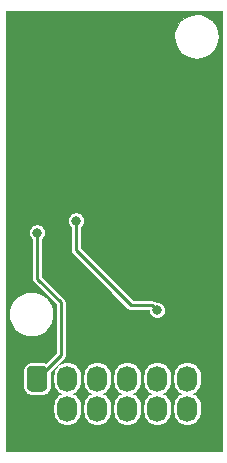
<source format=gbr>
G04 #@! TF.GenerationSoftware,KiCad,Pcbnew,(5.0.1)-3*
G04 #@! TF.CreationDate,2019-04-14T21:22:41-05:00*
G04 #@! TF.ProjectId,transceiver,7472616E736365697665722E6B696361,rev?*
G04 #@! TF.SameCoordinates,Original*
G04 #@! TF.FileFunction,Copper,L2,Bot,Signal*
G04 #@! TF.FilePolarity,Positive*
%FSLAX46Y46*%
G04 Gerber Fmt 4.6, Leading zero omitted, Abs format (unit mm)*
G04 Created by KiCad (PCBNEW (5.0.1)-3) date 4/14/2019 21:22:41*
%MOMM*%
%LPD*%
G01*
G04 APERTURE LIST*
G04 #@! TA.AperFunction,Conductor*
%ADD10C,0.100000*%
G04 #@! TD*
G04 #@! TA.AperFunction,ComponentPad*
%ADD11C,1.720000*%
G04 #@! TD*
G04 #@! TA.AperFunction,ComponentPad*
%ADD12O,1.720000X2.200000*%
G04 #@! TD*
G04 #@! TA.AperFunction,SMDPad,CuDef*
%ADD13R,1.500000X5.080000*%
G04 #@! TD*
G04 #@! TA.AperFunction,ViaPad*
%ADD14C,0.800000*%
G04 #@! TD*
G04 #@! TA.AperFunction,Conductor*
%ADD15C,0.250000*%
G04 #@! TD*
G04 APERTURE END LIST*
D10*
G04 #@! TO.N,NRESET*
G04 #@! TO.C,J2*
G36*
X132972147Y-93362071D02*
X133013889Y-93368262D01*
X133054822Y-93378516D01*
X133094554Y-93392732D01*
X133132701Y-93410774D01*
X133168895Y-93432468D01*
X133202789Y-93457606D01*
X133234056Y-93485944D01*
X133262394Y-93517211D01*
X133287532Y-93551105D01*
X133309226Y-93587299D01*
X133327268Y-93625446D01*
X133341484Y-93665178D01*
X133351738Y-93706111D01*
X133357929Y-93747853D01*
X133360000Y-93790000D01*
X133360000Y-95130000D01*
X133357929Y-95172147D01*
X133351738Y-95213889D01*
X133341484Y-95254822D01*
X133327268Y-95294554D01*
X133309226Y-95332701D01*
X133287532Y-95368895D01*
X133262394Y-95402789D01*
X133234056Y-95434056D01*
X133202789Y-95462394D01*
X133168895Y-95487532D01*
X133132701Y-95509226D01*
X133094554Y-95527268D01*
X133054822Y-95541484D01*
X133013889Y-95551738D01*
X132972147Y-95557929D01*
X132930000Y-95560000D01*
X132070000Y-95560000D01*
X132027853Y-95557929D01*
X131986111Y-95551738D01*
X131945178Y-95541484D01*
X131905446Y-95527268D01*
X131867299Y-95509226D01*
X131831105Y-95487532D01*
X131797211Y-95462394D01*
X131765944Y-95434056D01*
X131737606Y-95402789D01*
X131712468Y-95368895D01*
X131690774Y-95332701D01*
X131672732Y-95294554D01*
X131658516Y-95254822D01*
X131648262Y-95213889D01*
X131642071Y-95172147D01*
X131640000Y-95130000D01*
X131640000Y-93790000D01*
X131642071Y-93747853D01*
X131648262Y-93706111D01*
X131658516Y-93665178D01*
X131672732Y-93625446D01*
X131690774Y-93587299D01*
X131712468Y-93551105D01*
X131737606Y-93517211D01*
X131765944Y-93485944D01*
X131797211Y-93457606D01*
X131831105Y-93432468D01*
X131867299Y-93410774D01*
X131905446Y-93392732D01*
X131945178Y-93378516D01*
X131986111Y-93368262D01*
X132027853Y-93362071D01*
X132070000Y-93360000D01*
X132930000Y-93360000D01*
X132972147Y-93362071D01*
X132972147Y-93362071D01*
G37*
D11*
G04 #@! TD*
G04 #@! TO.P,J2,1*
G04 #@! TO.N,NRESET*
X132500000Y-94460000D03*
D12*
G04 #@! TO.P,J2,2*
G04 #@! TO.N,GND*
X132500000Y-97000000D03*
G04 #@! TO.P,J2,3*
G04 #@! TO.N,BUSY*
X135040000Y-94460000D03*
G04 #@! TO.P,J2,4*
G04 #@! TO.N,Net-(J2-Pad4)*
X135040000Y-97000000D03*
G04 #@! TO.P,J2,5*
G04 #@! TO.N,DIO1*
X137580000Y-94460000D03*
G04 #@! TO.P,J2,6*
G04 #@! TO.N,NSS_CTS*
X137580000Y-97000000D03*
G04 #@! TO.P,J2,7*
G04 #@! TO.N,DIO2*
X140120000Y-94460000D03*
G04 #@! TO.P,J2,8*
G04 #@! TO.N,SCK_RTS*
X140120000Y-97000000D03*
G04 #@! TO.P,J2,9*
G04 #@! TO.N,DIO3*
X142660000Y-94460000D03*
G04 #@! TO.P,J2,10*
G04 #@! TO.N,MOSI_RX*
X142660000Y-97000000D03*
G04 #@! TO.P,J2,11*
G04 #@! TO.N,+3V3*
X145200000Y-94460000D03*
G04 #@! TO.P,J2,12*
G04 #@! TO.N,MISO_TX*
X145200000Y-97000000D03*
G04 #@! TD*
D13*
G04 #@! TO.P,J1,2*
G04 #@! TO.N,GND*
X142550000Y-66100000D03*
X134050000Y-66100000D03*
G04 #@! TD*
D14*
G04 #@! TO.N,Net-(C1-Pad1)*
X135800000Y-81100000D03*
X142660000Y-88670000D03*
G04 #@! TO.N,GND*
X139050000Y-83150000D03*
X139900000Y-83150000D03*
X139050000Y-82300000D03*
X138200000Y-83150000D03*
X139050000Y-84000000D03*
X141300000Y-87000000D03*
X135900000Y-84800000D03*
X142000000Y-90000000D03*
X131600000Y-86300000D03*
X134000000Y-70000000D03*
X142500000Y-70000000D03*
X133000000Y-73500000D03*
X134000000Y-73500000D03*
X142500000Y-73500000D03*
X141500000Y-73500000D03*
X141500000Y-74500000D03*
X142500000Y-74500000D03*
X133000000Y-74500000D03*
X134000000Y-74500000D03*
X133000000Y-75500000D03*
X134000000Y-75500000D03*
X141500000Y-75500000D03*
X142500000Y-75500000D03*
G04 #@! TO.N,NRESET*
X132500000Y-82100000D03*
G04 #@! TD*
D15*
G04 #@! TO.N,Net-(C1-Pad1)*
X135800000Y-81665685D02*
X135800000Y-81100000D01*
X135790000Y-81675685D02*
X135800000Y-81665685D01*
X135790000Y-83590000D02*
X135790000Y-81675685D01*
X140470001Y-88270001D02*
X135790000Y-83590000D01*
X142260001Y-88270001D02*
X140470001Y-88270001D01*
X142660000Y-88670000D02*
X142260001Y-88270001D01*
G04 #@! TO.N,NRESET*
X132500000Y-82100000D02*
X132500000Y-86000000D01*
X132500000Y-86000000D02*
X134500000Y-88000000D01*
X134500000Y-92460000D02*
X132500000Y-94460000D01*
X134500000Y-88000000D02*
X134500000Y-92460000D01*
G04 #@! TD*
D10*
G04 #@! TO.N,GND*
G36*
X148125001Y-100625000D02*
X129875000Y-100625000D01*
X129875000Y-93790000D01*
X131338549Y-93790000D01*
X131338549Y-95130000D01*
X131352604Y-95272699D01*
X131394227Y-95409914D01*
X131461821Y-95536372D01*
X131552786Y-95647214D01*
X131663628Y-95738179D01*
X131790086Y-95805773D01*
X131927301Y-95847396D01*
X132070000Y-95861451D01*
X132930000Y-95861451D01*
X133072699Y-95847396D01*
X133209914Y-95805773D01*
X133336372Y-95738179D01*
X133447214Y-95647214D01*
X133538179Y-95536372D01*
X133605773Y-95409914D01*
X133647396Y-95272699D01*
X133661451Y-95130000D01*
X133661451Y-94163022D01*
X133880000Y-94163022D01*
X133880000Y-94756979D01*
X133896785Y-94927400D01*
X133963115Y-95146060D01*
X134070830Y-95347579D01*
X134215789Y-95524212D01*
X134392422Y-95669171D01*
X134506225Y-95730000D01*
X134392421Y-95790829D01*
X134215788Y-95935788D01*
X134070829Y-96112422D01*
X133963115Y-96313941D01*
X133896785Y-96532601D01*
X133880000Y-96703022D01*
X133880000Y-97296979D01*
X133896785Y-97467400D01*
X133963115Y-97686060D01*
X134070830Y-97887579D01*
X134215789Y-98064212D01*
X134392422Y-98209171D01*
X134593941Y-98316885D01*
X134812601Y-98383215D01*
X135040000Y-98405612D01*
X135267400Y-98383215D01*
X135486060Y-98316885D01*
X135687579Y-98209171D01*
X135864212Y-98064212D01*
X136009171Y-97887579D01*
X136116885Y-97686059D01*
X136183215Y-97467399D01*
X136200000Y-97296978D01*
X136200000Y-96703021D01*
X136183215Y-96532600D01*
X136116885Y-96313940D01*
X136009171Y-96112421D01*
X135864212Y-95935788D01*
X135687578Y-95790829D01*
X135573775Y-95730000D01*
X135687579Y-95669171D01*
X135864212Y-95524212D01*
X136009171Y-95347579D01*
X136116885Y-95146059D01*
X136183215Y-94927399D01*
X136200000Y-94756978D01*
X136200000Y-94163022D01*
X136420000Y-94163022D01*
X136420000Y-94756979D01*
X136436785Y-94927400D01*
X136503115Y-95146060D01*
X136610830Y-95347579D01*
X136755789Y-95524212D01*
X136932422Y-95669171D01*
X137046225Y-95730000D01*
X136932421Y-95790829D01*
X136755788Y-95935788D01*
X136610829Y-96112422D01*
X136503115Y-96313941D01*
X136436785Y-96532601D01*
X136420000Y-96703022D01*
X136420000Y-97296979D01*
X136436785Y-97467400D01*
X136503115Y-97686060D01*
X136610830Y-97887579D01*
X136755789Y-98064212D01*
X136932422Y-98209171D01*
X137133941Y-98316885D01*
X137352601Y-98383215D01*
X137580000Y-98405612D01*
X137807400Y-98383215D01*
X138026060Y-98316885D01*
X138227579Y-98209171D01*
X138404212Y-98064212D01*
X138549171Y-97887579D01*
X138656885Y-97686059D01*
X138723215Y-97467399D01*
X138740000Y-97296978D01*
X138740000Y-96703021D01*
X138723215Y-96532600D01*
X138656885Y-96313940D01*
X138549171Y-96112421D01*
X138404212Y-95935788D01*
X138227578Y-95790829D01*
X138113775Y-95730000D01*
X138227579Y-95669171D01*
X138404212Y-95524212D01*
X138549171Y-95347579D01*
X138656885Y-95146059D01*
X138723215Y-94927399D01*
X138740000Y-94756978D01*
X138740000Y-94163022D01*
X138960000Y-94163022D01*
X138960000Y-94756979D01*
X138976785Y-94927400D01*
X139043115Y-95146060D01*
X139150830Y-95347579D01*
X139295789Y-95524212D01*
X139472422Y-95669171D01*
X139586225Y-95730000D01*
X139472421Y-95790829D01*
X139295788Y-95935788D01*
X139150829Y-96112422D01*
X139043115Y-96313941D01*
X138976785Y-96532601D01*
X138960000Y-96703022D01*
X138960000Y-97296979D01*
X138976785Y-97467400D01*
X139043115Y-97686060D01*
X139150830Y-97887579D01*
X139295789Y-98064212D01*
X139472422Y-98209171D01*
X139673941Y-98316885D01*
X139892601Y-98383215D01*
X140120000Y-98405612D01*
X140347400Y-98383215D01*
X140566060Y-98316885D01*
X140767579Y-98209171D01*
X140944212Y-98064212D01*
X141089171Y-97887579D01*
X141196885Y-97686059D01*
X141263215Y-97467399D01*
X141280000Y-97296978D01*
X141280000Y-96703021D01*
X141263215Y-96532600D01*
X141196885Y-96313940D01*
X141089171Y-96112421D01*
X140944212Y-95935788D01*
X140767578Y-95790829D01*
X140653775Y-95730000D01*
X140767579Y-95669171D01*
X140944212Y-95524212D01*
X141089171Y-95347579D01*
X141196885Y-95146059D01*
X141263215Y-94927399D01*
X141280000Y-94756978D01*
X141280000Y-94163022D01*
X141500000Y-94163022D01*
X141500000Y-94756979D01*
X141516785Y-94927400D01*
X141583115Y-95146060D01*
X141690830Y-95347579D01*
X141835789Y-95524212D01*
X142012422Y-95669171D01*
X142126225Y-95730000D01*
X142012421Y-95790829D01*
X141835788Y-95935788D01*
X141690829Y-96112422D01*
X141583115Y-96313941D01*
X141516785Y-96532601D01*
X141500000Y-96703022D01*
X141500000Y-97296979D01*
X141516785Y-97467400D01*
X141583115Y-97686060D01*
X141690830Y-97887579D01*
X141835789Y-98064212D01*
X142012422Y-98209171D01*
X142213941Y-98316885D01*
X142432601Y-98383215D01*
X142660000Y-98405612D01*
X142887400Y-98383215D01*
X143106060Y-98316885D01*
X143307579Y-98209171D01*
X143484212Y-98064212D01*
X143629171Y-97887579D01*
X143736885Y-97686059D01*
X143803215Y-97467399D01*
X143820000Y-97296978D01*
X143820000Y-96703021D01*
X143803215Y-96532600D01*
X143736885Y-96313940D01*
X143629171Y-96112421D01*
X143484212Y-95935788D01*
X143307578Y-95790829D01*
X143193775Y-95730000D01*
X143307579Y-95669171D01*
X143484212Y-95524212D01*
X143629171Y-95347579D01*
X143736885Y-95146059D01*
X143803215Y-94927399D01*
X143820000Y-94756978D01*
X143820000Y-94163022D01*
X144040000Y-94163022D01*
X144040000Y-94756979D01*
X144056785Y-94927400D01*
X144123115Y-95146060D01*
X144230830Y-95347579D01*
X144375789Y-95524212D01*
X144552422Y-95669171D01*
X144666225Y-95730000D01*
X144552421Y-95790829D01*
X144375788Y-95935788D01*
X144230829Y-96112422D01*
X144123115Y-96313941D01*
X144056785Y-96532601D01*
X144040000Y-96703022D01*
X144040000Y-97296979D01*
X144056785Y-97467400D01*
X144123115Y-97686060D01*
X144230830Y-97887579D01*
X144375789Y-98064212D01*
X144552422Y-98209171D01*
X144753941Y-98316885D01*
X144972601Y-98383215D01*
X145200000Y-98405612D01*
X145427400Y-98383215D01*
X145646060Y-98316885D01*
X145847579Y-98209171D01*
X146024212Y-98064212D01*
X146169171Y-97887579D01*
X146276885Y-97686059D01*
X146343215Y-97467399D01*
X146360000Y-97296978D01*
X146360000Y-96703021D01*
X146343215Y-96532600D01*
X146276885Y-96313940D01*
X146169171Y-96112421D01*
X146024212Y-95935788D01*
X145847578Y-95790829D01*
X145733775Y-95730000D01*
X145847579Y-95669171D01*
X146024212Y-95524212D01*
X146169171Y-95347579D01*
X146276885Y-95146059D01*
X146343215Y-94927399D01*
X146360000Y-94756978D01*
X146360000Y-94163021D01*
X146343215Y-93992600D01*
X146276885Y-93773940D01*
X146169171Y-93572421D01*
X146024212Y-93395788D01*
X145847578Y-93250829D01*
X145646059Y-93143115D01*
X145427399Y-93076785D01*
X145200000Y-93054388D01*
X144972600Y-93076785D01*
X144753940Y-93143115D01*
X144552421Y-93250829D01*
X144375788Y-93395788D01*
X144230829Y-93572422D01*
X144123115Y-93773941D01*
X144056785Y-93992601D01*
X144040000Y-94163022D01*
X143820000Y-94163022D01*
X143820000Y-94163021D01*
X143803215Y-93992600D01*
X143736885Y-93773940D01*
X143629171Y-93572421D01*
X143484212Y-93395788D01*
X143307578Y-93250829D01*
X143106059Y-93143115D01*
X142887399Y-93076785D01*
X142660000Y-93054388D01*
X142432600Y-93076785D01*
X142213940Y-93143115D01*
X142012421Y-93250829D01*
X141835788Y-93395788D01*
X141690829Y-93572422D01*
X141583115Y-93773941D01*
X141516785Y-93992601D01*
X141500000Y-94163022D01*
X141280000Y-94163022D01*
X141280000Y-94163021D01*
X141263215Y-93992600D01*
X141196885Y-93773940D01*
X141089171Y-93572421D01*
X140944212Y-93395788D01*
X140767578Y-93250829D01*
X140566059Y-93143115D01*
X140347399Y-93076785D01*
X140120000Y-93054388D01*
X139892600Y-93076785D01*
X139673940Y-93143115D01*
X139472421Y-93250829D01*
X139295788Y-93395788D01*
X139150829Y-93572422D01*
X139043115Y-93773941D01*
X138976785Y-93992601D01*
X138960000Y-94163022D01*
X138740000Y-94163022D01*
X138740000Y-94163021D01*
X138723215Y-93992600D01*
X138656885Y-93773940D01*
X138549171Y-93572421D01*
X138404212Y-93395788D01*
X138227578Y-93250829D01*
X138026059Y-93143115D01*
X137807399Y-93076785D01*
X137580000Y-93054388D01*
X137352600Y-93076785D01*
X137133940Y-93143115D01*
X136932421Y-93250829D01*
X136755788Y-93395788D01*
X136610829Y-93572422D01*
X136503115Y-93773941D01*
X136436785Y-93992601D01*
X136420000Y-94163022D01*
X136200000Y-94163022D01*
X136200000Y-94163021D01*
X136183215Y-93992600D01*
X136116885Y-93773940D01*
X136009171Y-93572421D01*
X135864212Y-93395788D01*
X135687578Y-93250829D01*
X135486059Y-93143115D01*
X135267399Y-93076785D01*
X135040000Y-93054388D01*
X134812600Y-93076785D01*
X134593940Y-93143115D01*
X134392421Y-93250829D01*
X134215788Y-93395788D01*
X134070829Y-93572422D01*
X133963115Y-93773941D01*
X133896785Y-93992601D01*
X133880000Y-94163022D01*
X133661451Y-94163022D01*
X133661451Y-93899589D01*
X134785762Y-92775279D01*
X134801974Y-92761974D01*
X134855084Y-92697260D01*
X134894548Y-92623427D01*
X134918850Y-92543314D01*
X134925000Y-92480874D01*
X134925000Y-92480868D01*
X134927055Y-92460001D01*
X134925000Y-92439134D01*
X134925000Y-88020866D01*
X134927055Y-87999999D01*
X134925000Y-87979132D01*
X134925000Y-87979126D01*
X134918850Y-87916686D01*
X134918314Y-87914917D01*
X134898970Y-87851151D01*
X134894548Y-87836573D01*
X134855084Y-87762740D01*
X134801974Y-87698026D01*
X134785763Y-87684722D01*
X132925000Y-85823960D01*
X132925000Y-82657907D01*
X132946224Y-82643726D01*
X133043726Y-82546224D01*
X133120332Y-82431574D01*
X133173099Y-82304182D01*
X133200000Y-82168944D01*
X133200000Y-82031056D01*
X133173099Y-81895818D01*
X133120332Y-81768426D01*
X133043726Y-81653776D01*
X132946224Y-81556274D01*
X132831574Y-81479668D01*
X132704182Y-81426901D01*
X132568944Y-81400000D01*
X132431056Y-81400000D01*
X132295818Y-81426901D01*
X132168426Y-81479668D01*
X132053776Y-81556274D01*
X131956274Y-81653776D01*
X131879668Y-81768426D01*
X131826901Y-81895818D01*
X131800000Y-82031056D01*
X131800000Y-82168944D01*
X131826901Y-82304182D01*
X131879668Y-82431574D01*
X131956274Y-82546224D01*
X132053776Y-82643726D01*
X132075000Y-82657907D01*
X132075001Y-85979123D01*
X132072945Y-86000000D01*
X132081150Y-86083314D01*
X132105453Y-86163427D01*
X132144917Y-86237260D01*
X132198027Y-86301974D01*
X132214239Y-86315279D01*
X134075000Y-88176041D01*
X134075001Y-92283958D01*
X133232604Y-93126355D01*
X133209914Y-93114227D01*
X133072699Y-93072604D01*
X132930000Y-93058549D01*
X132070000Y-93058549D01*
X131927301Y-93072604D01*
X131790086Y-93114227D01*
X131663628Y-93181821D01*
X131552786Y-93272786D01*
X131461821Y-93383628D01*
X131394227Y-93510086D01*
X131352604Y-93647301D01*
X131338549Y-93790000D01*
X129875000Y-93790000D01*
X129875000Y-89026458D01*
X130105185Y-89026458D01*
X130146410Y-89393993D01*
X130258239Y-89746520D01*
X130436410Y-90070612D01*
X130674138Y-90353926D01*
X130962368Y-90585668D01*
X131290121Y-90757013D01*
X131644912Y-90861434D01*
X132013229Y-90894954D01*
X132381043Y-90856295D01*
X132734342Y-90746931D01*
X133059671Y-90571026D01*
X133344637Y-90335282D01*
X133578386Y-90048677D01*
X133752015Y-89722128D01*
X133858910Y-89368074D01*
X133895000Y-89000000D01*
X133894261Y-88947088D01*
X133847908Y-88580166D01*
X133731169Y-88229234D01*
X133548490Y-87907661D01*
X133306829Y-87627694D01*
X133015392Y-87399999D01*
X132685279Y-87233246D01*
X132329063Y-87133789D01*
X131960314Y-87105416D01*
X131593077Y-87149206D01*
X131241339Y-87263493D01*
X130918498Y-87443922D01*
X130636851Y-87683622D01*
X130407126Y-87973463D01*
X130238074Y-88302404D01*
X130136132Y-88657916D01*
X130105185Y-89026458D01*
X129875000Y-89026458D01*
X129875000Y-81031056D01*
X135100000Y-81031056D01*
X135100000Y-81168944D01*
X135126901Y-81304182D01*
X135179668Y-81431574D01*
X135256274Y-81546224D01*
X135353776Y-81643726D01*
X135365332Y-81651447D01*
X135362945Y-81675685D01*
X135365001Y-81696562D01*
X135365000Y-83569133D01*
X135362945Y-83590000D01*
X135365000Y-83610867D01*
X135365000Y-83610873D01*
X135371150Y-83673313D01*
X135395452Y-83753426D01*
X135434916Y-83827259D01*
X135488026Y-83891974D01*
X135504244Y-83905284D01*
X140154720Y-88555761D01*
X140168027Y-88571975D01*
X140232741Y-88625085D01*
X140306574Y-88664549D01*
X140362384Y-88681479D01*
X140386686Y-88688851D01*
X140394328Y-88689604D01*
X140449127Y-88695001D01*
X140449134Y-88695001D01*
X140470001Y-88697056D01*
X140490868Y-88695001D01*
X141960000Y-88695001D01*
X141960000Y-88738944D01*
X141986901Y-88874182D01*
X142039668Y-89001574D01*
X142116274Y-89116224D01*
X142213776Y-89213726D01*
X142328426Y-89290332D01*
X142455818Y-89343099D01*
X142591056Y-89370000D01*
X142728944Y-89370000D01*
X142864182Y-89343099D01*
X142991574Y-89290332D01*
X143106224Y-89213726D01*
X143203726Y-89116224D01*
X143280332Y-89001574D01*
X143333099Y-88874182D01*
X143360000Y-88738944D01*
X143360000Y-88601056D01*
X143333099Y-88465818D01*
X143280332Y-88338426D01*
X143203726Y-88223776D01*
X143106224Y-88126274D01*
X142991574Y-88049668D01*
X142864182Y-87996901D01*
X142728944Y-87970000D01*
X142591056Y-87970000D01*
X142567448Y-87974696D01*
X142561975Y-87968027D01*
X142497261Y-87914917D01*
X142423428Y-87875453D01*
X142343315Y-87851151D01*
X142280875Y-87845001D01*
X142280868Y-87845001D01*
X142260001Y-87842946D01*
X142239134Y-87845001D01*
X140646042Y-87845001D01*
X136215000Y-83413960D01*
X136215000Y-81761691D01*
X136218850Y-81748999D01*
X136225000Y-81686559D01*
X136225000Y-81686552D01*
X136227055Y-81665686D01*
X136226209Y-81657099D01*
X136246224Y-81643726D01*
X136343726Y-81546224D01*
X136420332Y-81431574D01*
X136473099Y-81304182D01*
X136500000Y-81168944D01*
X136500000Y-81031056D01*
X136473099Y-80895818D01*
X136420332Y-80768426D01*
X136343726Y-80653776D01*
X136246224Y-80556274D01*
X136131574Y-80479668D01*
X136004182Y-80426901D01*
X135868944Y-80400000D01*
X135731056Y-80400000D01*
X135595818Y-80426901D01*
X135468426Y-80479668D01*
X135353776Y-80556274D01*
X135256274Y-80653776D01*
X135179668Y-80768426D01*
X135126901Y-80895818D01*
X135100000Y-81031056D01*
X129875000Y-81031056D01*
X129875000Y-65526458D01*
X144105185Y-65526458D01*
X144146410Y-65893993D01*
X144258239Y-66246520D01*
X144436410Y-66570612D01*
X144674138Y-66853926D01*
X144962368Y-67085668D01*
X145290121Y-67257013D01*
X145644912Y-67361434D01*
X146013229Y-67394954D01*
X146381043Y-67356295D01*
X146734342Y-67246931D01*
X147059671Y-67071026D01*
X147344637Y-66835282D01*
X147578386Y-66548677D01*
X147752015Y-66222128D01*
X147858910Y-65868074D01*
X147895000Y-65500000D01*
X147894261Y-65447088D01*
X147847908Y-65080166D01*
X147731169Y-64729234D01*
X147548490Y-64407661D01*
X147306829Y-64127694D01*
X147015392Y-63899999D01*
X146685279Y-63733246D01*
X146329063Y-63633789D01*
X145960314Y-63605416D01*
X145593077Y-63649206D01*
X145241339Y-63763493D01*
X144918498Y-63943922D01*
X144636851Y-64183622D01*
X144407126Y-64473463D01*
X144238074Y-64802404D01*
X144136132Y-65157916D01*
X144105185Y-65526458D01*
X129875000Y-65526458D01*
X129875000Y-63375000D01*
X148125000Y-63375000D01*
X148125001Y-100625000D01*
X148125001Y-100625000D01*
G37*
X148125001Y-100625000D02*
X129875000Y-100625000D01*
X129875000Y-93790000D01*
X131338549Y-93790000D01*
X131338549Y-95130000D01*
X131352604Y-95272699D01*
X131394227Y-95409914D01*
X131461821Y-95536372D01*
X131552786Y-95647214D01*
X131663628Y-95738179D01*
X131790086Y-95805773D01*
X131927301Y-95847396D01*
X132070000Y-95861451D01*
X132930000Y-95861451D01*
X133072699Y-95847396D01*
X133209914Y-95805773D01*
X133336372Y-95738179D01*
X133447214Y-95647214D01*
X133538179Y-95536372D01*
X133605773Y-95409914D01*
X133647396Y-95272699D01*
X133661451Y-95130000D01*
X133661451Y-94163022D01*
X133880000Y-94163022D01*
X133880000Y-94756979D01*
X133896785Y-94927400D01*
X133963115Y-95146060D01*
X134070830Y-95347579D01*
X134215789Y-95524212D01*
X134392422Y-95669171D01*
X134506225Y-95730000D01*
X134392421Y-95790829D01*
X134215788Y-95935788D01*
X134070829Y-96112422D01*
X133963115Y-96313941D01*
X133896785Y-96532601D01*
X133880000Y-96703022D01*
X133880000Y-97296979D01*
X133896785Y-97467400D01*
X133963115Y-97686060D01*
X134070830Y-97887579D01*
X134215789Y-98064212D01*
X134392422Y-98209171D01*
X134593941Y-98316885D01*
X134812601Y-98383215D01*
X135040000Y-98405612D01*
X135267400Y-98383215D01*
X135486060Y-98316885D01*
X135687579Y-98209171D01*
X135864212Y-98064212D01*
X136009171Y-97887579D01*
X136116885Y-97686059D01*
X136183215Y-97467399D01*
X136200000Y-97296978D01*
X136200000Y-96703021D01*
X136183215Y-96532600D01*
X136116885Y-96313940D01*
X136009171Y-96112421D01*
X135864212Y-95935788D01*
X135687578Y-95790829D01*
X135573775Y-95730000D01*
X135687579Y-95669171D01*
X135864212Y-95524212D01*
X136009171Y-95347579D01*
X136116885Y-95146059D01*
X136183215Y-94927399D01*
X136200000Y-94756978D01*
X136200000Y-94163022D01*
X136420000Y-94163022D01*
X136420000Y-94756979D01*
X136436785Y-94927400D01*
X136503115Y-95146060D01*
X136610830Y-95347579D01*
X136755789Y-95524212D01*
X136932422Y-95669171D01*
X137046225Y-95730000D01*
X136932421Y-95790829D01*
X136755788Y-95935788D01*
X136610829Y-96112422D01*
X136503115Y-96313941D01*
X136436785Y-96532601D01*
X136420000Y-96703022D01*
X136420000Y-97296979D01*
X136436785Y-97467400D01*
X136503115Y-97686060D01*
X136610830Y-97887579D01*
X136755789Y-98064212D01*
X136932422Y-98209171D01*
X137133941Y-98316885D01*
X137352601Y-98383215D01*
X137580000Y-98405612D01*
X137807400Y-98383215D01*
X138026060Y-98316885D01*
X138227579Y-98209171D01*
X138404212Y-98064212D01*
X138549171Y-97887579D01*
X138656885Y-97686059D01*
X138723215Y-97467399D01*
X138740000Y-97296978D01*
X138740000Y-96703021D01*
X138723215Y-96532600D01*
X138656885Y-96313940D01*
X138549171Y-96112421D01*
X138404212Y-95935788D01*
X138227578Y-95790829D01*
X138113775Y-95730000D01*
X138227579Y-95669171D01*
X138404212Y-95524212D01*
X138549171Y-95347579D01*
X138656885Y-95146059D01*
X138723215Y-94927399D01*
X138740000Y-94756978D01*
X138740000Y-94163022D01*
X138960000Y-94163022D01*
X138960000Y-94756979D01*
X138976785Y-94927400D01*
X139043115Y-95146060D01*
X139150830Y-95347579D01*
X139295789Y-95524212D01*
X139472422Y-95669171D01*
X139586225Y-95730000D01*
X139472421Y-95790829D01*
X139295788Y-95935788D01*
X139150829Y-96112422D01*
X139043115Y-96313941D01*
X138976785Y-96532601D01*
X138960000Y-96703022D01*
X138960000Y-97296979D01*
X138976785Y-97467400D01*
X139043115Y-97686060D01*
X139150830Y-97887579D01*
X139295789Y-98064212D01*
X139472422Y-98209171D01*
X139673941Y-98316885D01*
X139892601Y-98383215D01*
X140120000Y-98405612D01*
X140347400Y-98383215D01*
X140566060Y-98316885D01*
X140767579Y-98209171D01*
X140944212Y-98064212D01*
X141089171Y-97887579D01*
X141196885Y-97686059D01*
X141263215Y-97467399D01*
X141280000Y-97296978D01*
X141280000Y-96703021D01*
X141263215Y-96532600D01*
X141196885Y-96313940D01*
X141089171Y-96112421D01*
X140944212Y-95935788D01*
X140767578Y-95790829D01*
X140653775Y-95730000D01*
X140767579Y-95669171D01*
X140944212Y-95524212D01*
X141089171Y-95347579D01*
X141196885Y-95146059D01*
X141263215Y-94927399D01*
X141280000Y-94756978D01*
X141280000Y-94163022D01*
X141500000Y-94163022D01*
X141500000Y-94756979D01*
X141516785Y-94927400D01*
X141583115Y-95146060D01*
X141690830Y-95347579D01*
X141835789Y-95524212D01*
X142012422Y-95669171D01*
X142126225Y-95730000D01*
X142012421Y-95790829D01*
X141835788Y-95935788D01*
X141690829Y-96112422D01*
X141583115Y-96313941D01*
X141516785Y-96532601D01*
X141500000Y-96703022D01*
X141500000Y-97296979D01*
X141516785Y-97467400D01*
X141583115Y-97686060D01*
X141690830Y-97887579D01*
X141835789Y-98064212D01*
X142012422Y-98209171D01*
X142213941Y-98316885D01*
X142432601Y-98383215D01*
X142660000Y-98405612D01*
X142887400Y-98383215D01*
X143106060Y-98316885D01*
X143307579Y-98209171D01*
X143484212Y-98064212D01*
X143629171Y-97887579D01*
X143736885Y-97686059D01*
X143803215Y-97467399D01*
X143820000Y-97296978D01*
X143820000Y-96703021D01*
X143803215Y-96532600D01*
X143736885Y-96313940D01*
X143629171Y-96112421D01*
X143484212Y-95935788D01*
X143307578Y-95790829D01*
X143193775Y-95730000D01*
X143307579Y-95669171D01*
X143484212Y-95524212D01*
X143629171Y-95347579D01*
X143736885Y-95146059D01*
X143803215Y-94927399D01*
X143820000Y-94756978D01*
X143820000Y-94163022D01*
X144040000Y-94163022D01*
X144040000Y-94756979D01*
X144056785Y-94927400D01*
X144123115Y-95146060D01*
X144230830Y-95347579D01*
X144375789Y-95524212D01*
X144552422Y-95669171D01*
X144666225Y-95730000D01*
X144552421Y-95790829D01*
X144375788Y-95935788D01*
X144230829Y-96112422D01*
X144123115Y-96313941D01*
X144056785Y-96532601D01*
X144040000Y-96703022D01*
X144040000Y-97296979D01*
X144056785Y-97467400D01*
X144123115Y-97686060D01*
X144230830Y-97887579D01*
X144375789Y-98064212D01*
X144552422Y-98209171D01*
X144753941Y-98316885D01*
X144972601Y-98383215D01*
X145200000Y-98405612D01*
X145427400Y-98383215D01*
X145646060Y-98316885D01*
X145847579Y-98209171D01*
X146024212Y-98064212D01*
X146169171Y-97887579D01*
X146276885Y-97686059D01*
X146343215Y-97467399D01*
X146360000Y-97296978D01*
X146360000Y-96703021D01*
X146343215Y-96532600D01*
X146276885Y-96313940D01*
X146169171Y-96112421D01*
X146024212Y-95935788D01*
X145847578Y-95790829D01*
X145733775Y-95730000D01*
X145847579Y-95669171D01*
X146024212Y-95524212D01*
X146169171Y-95347579D01*
X146276885Y-95146059D01*
X146343215Y-94927399D01*
X146360000Y-94756978D01*
X146360000Y-94163021D01*
X146343215Y-93992600D01*
X146276885Y-93773940D01*
X146169171Y-93572421D01*
X146024212Y-93395788D01*
X145847578Y-93250829D01*
X145646059Y-93143115D01*
X145427399Y-93076785D01*
X145200000Y-93054388D01*
X144972600Y-93076785D01*
X144753940Y-93143115D01*
X144552421Y-93250829D01*
X144375788Y-93395788D01*
X144230829Y-93572422D01*
X144123115Y-93773941D01*
X144056785Y-93992601D01*
X144040000Y-94163022D01*
X143820000Y-94163022D01*
X143820000Y-94163021D01*
X143803215Y-93992600D01*
X143736885Y-93773940D01*
X143629171Y-93572421D01*
X143484212Y-93395788D01*
X143307578Y-93250829D01*
X143106059Y-93143115D01*
X142887399Y-93076785D01*
X142660000Y-93054388D01*
X142432600Y-93076785D01*
X142213940Y-93143115D01*
X142012421Y-93250829D01*
X141835788Y-93395788D01*
X141690829Y-93572422D01*
X141583115Y-93773941D01*
X141516785Y-93992601D01*
X141500000Y-94163022D01*
X141280000Y-94163022D01*
X141280000Y-94163021D01*
X141263215Y-93992600D01*
X141196885Y-93773940D01*
X141089171Y-93572421D01*
X140944212Y-93395788D01*
X140767578Y-93250829D01*
X140566059Y-93143115D01*
X140347399Y-93076785D01*
X140120000Y-93054388D01*
X139892600Y-93076785D01*
X139673940Y-93143115D01*
X139472421Y-93250829D01*
X139295788Y-93395788D01*
X139150829Y-93572422D01*
X139043115Y-93773941D01*
X138976785Y-93992601D01*
X138960000Y-94163022D01*
X138740000Y-94163022D01*
X138740000Y-94163021D01*
X138723215Y-93992600D01*
X138656885Y-93773940D01*
X138549171Y-93572421D01*
X138404212Y-93395788D01*
X138227578Y-93250829D01*
X138026059Y-93143115D01*
X137807399Y-93076785D01*
X137580000Y-93054388D01*
X137352600Y-93076785D01*
X137133940Y-93143115D01*
X136932421Y-93250829D01*
X136755788Y-93395788D01*
X136610829Y-93572422D01*
X136503115Y-93773941D01*
X136436785Y-93992601D01*
X136420000Y-94163022D01*
X136200000Y-94163022D01*
X136200000Y-94163021D01*
X136183215Y-93992600D01*
X136116885Y-93773940D01*
X136009171Y-93572421D01*
X135864212Y-93395788D01*
X135687578Y-93250829D01*
X135486059Y-93143115D01*
X135267399Y-93076785D01*
X135040000Y-93054388D01*
X134812600Y-93076785D01*
X134593940Y-93143115D01*
X134392421Y-93250829D01*
X134215788Y-93395788D01*
X134070829Y-93572422D01*
X133963115Y-93773941D01*
X133896785Y-93992601D01*
X133880000Y-94163022D01*
X133661451Y-94163022D01*
X133661451Y-93899589D01*
X134785762Y-92775279D01*
X134801974Y-92761974D01*
X134855084Y-92697260D01*
X134894548Y-92623427D01*
X134918850Y-92543314D01*
X134925000Y-92480874D01*
X134925000Y-92480868D01*
X134927055Y-92460001D01*
X134925000Y-92439134D01*
X134925000Y-88020866D01*
X134927055Y-87999999D01*
X134925000Y-87979132D01*
X134925000Y-87979126D01*
X134918850Y-87916686D01*
X134918314Y-87914917D01*
X134898970Y-87851151D01*
X134894548Y-87836573D01*
X134855084Y-87762740D01*
X134801974Y-87698026D01*
X134785763Y-87684722D01*
X132925000Y-85823960D01*
X132925000Y-82657907D01*
X132946224Y-82643726D01*
X133043726Y-82546224D01*
X133120332Y-82431574D01*
X133173099Y-82304182D01*
X133200000Y-82168944D01*
X133200000Y-82031056D01*
X133173099Y-81895818D01*
X133120332Y-81768426D01*
X133043726Y-81653776D01*
X132946224Y-81556274D01*
X132831574Y-81479668D01*
X132704182Y-81426901D01*
X132568944Y-81400000D01*
X132431056Y-81400000D01*
X132295818Y-81426901D01*
X132168426Y-81479668D01*
X132053776Y-81556274D01*
X131956274Y-81653776D01*
X131879668Y-81768426D01*
X131826901Y-81895818D01*
X131800000Y-82031056D01*
X131800000Y-82168944D01*
X131826901Y-82304182D01*
X131879668Y-82431574D01*
X131956274Y-82546224D01*
X132053776Y-82643726D01*
X132075000Y-82657907D01*
X132075001Y-85979123D01*
X132072945Y-86000000D01*
X132081150Y-86083314D01*
X132105453Y-86163427D01*
X132144917Y-86237260D01*
X132198027Y-86301974D01*
X132214239Y-86315279D01*
X134075000Y-88176041D01*
X134075001Y-92283958D01*
X133232604Y-93126355D01*
X133209914Y-93114227D01*
X133072699Y-93072604D01*
X132930000Y-93058549D01*
X132070000Y-93058549D01*
X131927301Y-93072604D01*
X131790086Y-93114227D01*
X131663628Y-93181821D01*
X131552786Y-93272786D01*
X131461821Y-93383628D01*
X131394227Y-93510086D01*
X131352604Y-93647301D01*
X131338549Y-93790000D01*
X129875000Y-93790000D01*
X129875000Y-89026458D01*
X130105185Y-89026458D01*
X130146410Y-89393993D01*
X130258239Y-89746520D01*
X130436410Y-90070612D01*
X130674138Y-90353926D01*
X130962368Y-90585668D01*
X131290121Y-90757013D01*
X131644912Y-90861434D01*
X132013229Y-90894954D01*
X132381043Y-90856295D01*
X132734342Y-90746931D01*
X133059671Y-90571026D01*
X133344637Y-90335282D01*
X133578386Y-90048677D01*
X133752015Y-89722128D01*
X133858910Y-89368074D01*
X133895000Y-89000000D01*
X133894261Y-88947088D01*
X133847908Y-88580166D01*
X133731169Y-88229234D01*
X133548490Y-87907661D01*
X133306829Y-87627694D01*
X133015392Y-87399999D01*
X132685279Y-87233246D01*
X132329063Y-87133789D01*
X131960314Y-87105416D01*
X131593077Y-87149206D01*
X131241339Y-87263493D01*
X130918498Y-87443922D01*
X130636851Y-87683622D01*
X130407126Y-87973463D01*
X130238074Y-88302404D01*
X130136132Y-88657916D01*
X130105185Y-89026458D01*
X129875000Y-89026458D01*
X129875000Y-81031056D01*
X135100000Y-81031056D01*
X135100000Y-81168944D01*
X135126901Y-81304182D01*
X135179668Y-81431574D01*
X135256274Y-81546224D01*
X135353776Y-81643726D01*
X135365332Y-81651447D01*
X135362945Y-81675685D01*
X135365001Y-81696562D01*
X135365000Y-83569133D01*
X135362945Y-83590000D01*
X135365000Y-83610867D01*
X135365000Y-83610873D01*
X135371150Y-83673313D01*
X135395452Y-83753426D01*
X135434916Y-83827259D01*
X135488026Y-83891974D01*
X135504244Y-83905284D01*
X140154720Y-88555761D01*
X140168027Y-88571975D01*
X140232741Y-88625085D01*
X140306574Y-88664549D01*
X140362384Y-88681479D01*
X140386686Y-88688851D01*
X140394328Y-88689604D01*
X140449127Y-88695001D01*
X140449134Y-88695001D01*
X140470001Y-88697056D01*
X140490868Y-88695001D01*
X141960000Y-88695001D01*
X141960000Y-88738944D01*
X141986901Y-88874182D01*
X142039668Y-89001574D01*
X142116274Y-89116224D01*
X142213776Y-89213726D01*
X142328426Y-89290332D01*
X142455818Y-89343099D01*
X142591056Y-89370000D01*
X142728944Y-89370000D01*
X142864182Y-89343099D01*
X142991574Y-89290332D01*
X143106224Y-89213726D01*
X143203726Y-89116224D01*
X143280332Y-89001574D01*
X143333099Y-88874182D01*
X143360000Y-88738944D01*
X143360000Y-88601056D01*
X143333099Y-88465818D01*
X143280332Y-88338426D01*
X143203726Y-88223776D01*
X143106224Y-88126274D01*
X142991574Y-88049668D01*
X142864182Y-87996901D01*
X142728944Y-87970000D01*
X142591056Y-87970000D01*
X142567448Y-87974696D01*
X142561975Y-87968027D01*
X142497261Y-87914917D01*
X142423428Y-87875453D01*
X142343315Y-87851151D01*
X142280875Y-87845001D01*
X142280868Y-87845001D01*
X142260001Y-87842946D01*
X142239134Y-87845001D01*
X140646042Y-87845001D01*
X136215000Y-83413960D01*
X136215000Y-81761691D01*
X136218850Y-81748999D01*
X136225000Y-81686559D01*
X136225000Y-81686552D01*
X136227055Y-81665686D01*
X136226209Y-81657099D01*
X136246224Y-81643726D01*
X136343726Y-81546224D01*
X136420332Y-81431574D01*
X136473099Y-81304182D01*
X136500000Y-81168944D01*
X136500000Y-81031056D01*
X136473099Y-80895818D01*
X136420332Y-80768426D01*
X136343726Y-80653776D01*
X136246224Y-80556274D01*
X136131574Y-80479668D01*
X136004182Y-80426901D01*
X135868944Y-80400000D01*
X135731056Y-80400000D01*
X135595818Y-80426901D01*
X135468426Y-80479668D01*
X135353776Y-80556274D01*
X135256274Y-80653776D01*
X135179668Y-80768426D01*
X135126901Y-80895818D01*
X135100000Y-81031056D01*
X129875000Y-81031056D01*
X129875000Y-65526458D01*
X144105185Y-65526458D01*
X144146410Y-65893993D01*
X144258239Y-66246520D01*
X144436410Y-66570612D01*
X144674138Y-66853926D01*
X144962368Y-67085668D01*
X145290121Y-67257013D01*
X145644912Y-67361434D01*
X146013229Y-67394954D01*
X146381043Y-67356295D01*
X146734342Y-67246931D01*
X147059671Y-67071026D01*
X147344637Y-66835282D01*
X147578386Y-66548677D01*
X147752015Y-66222128D01*
X147858910Y-65868074D01*
X147895000Y-65500000D01*
X147894261Y-65447088D01*
X147847908Y-65080166D01*
X147731169Y-64729234D01*
X147548490Y-64407661D01*
X147306829Y-64127694D01*
X147015392Y-63899999D01*
X146685279Y-63733246D01*
X146329063Y-63633789D01*
X145960314Y-63605416D01*
X145593077Y-63649206D01*
X145241339Y-63763493D01*
X144918498Y-63943922D01*
X144636851Y-64183622D01*
X144407126Y-64473463D01*
X144238074Y-64802404D01*
X144136132Y-65157916D01*
X144105185Y-65526458D01*
X129875000Y-65526458D01*
X129875000Y-63375000D01*
X148125000Y-63375000D01*
X148125001Y-100625000D01*
G04 #@! TD*
M02*

</source>
